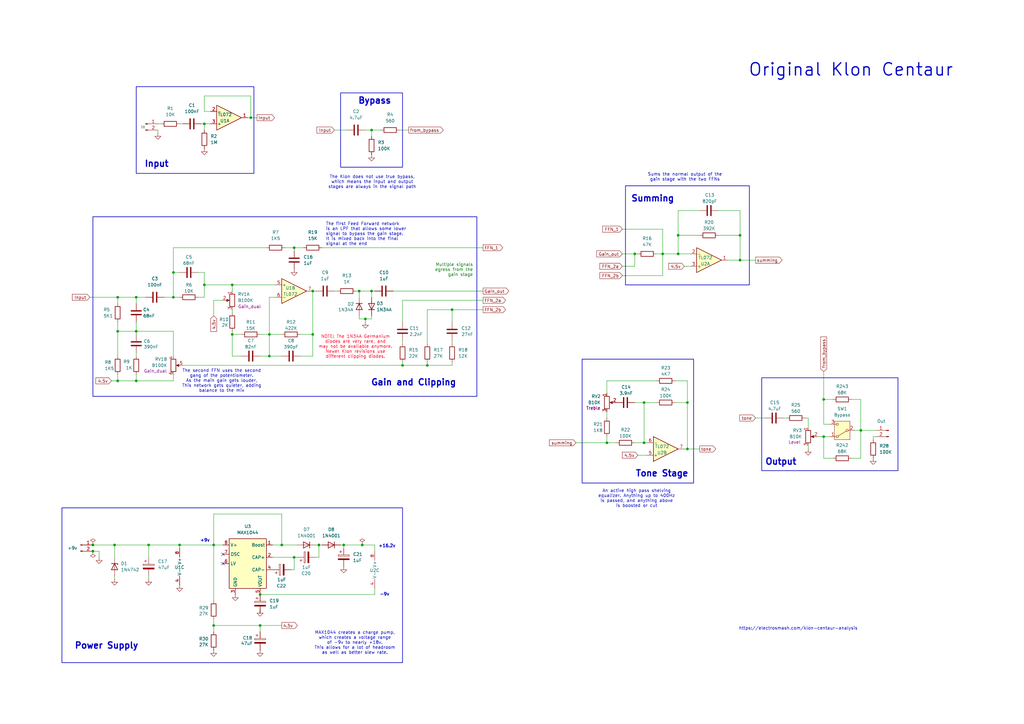
<source format=kicad_sch>
(kicad_sch (version 20231120) (generator "eeschema") (generator_version "8.0")
  (paper "A3")
  (lib_symbols
    (symbol "Amplifier_Operational:TL072" (pin_names (offset 0.127))
      (property "Reference" "U" (at 0 5.08 0))
      (property "Value" "TL072" (at 0 -5.08 0))
      (symbol "TL072_1_1"
        (pin output line (at 7.62 0 180) (length 2.54) (name "~") (number "1"))
        (pin input line (at -7.62 -2.54 0) (length 2.54) (name "-") (number "2"))
        (pin input line (at -7.62 2.54 0) (length 2.54) (name "+") (number "3"))
      )
      (symbol "TL072_2_1"
        (pin input line (at -7.62 2.54 0) (length 2.54) (name "+") (number "5"))
        (pin input line (at -7.62 -2.54 0) (length 2.54) (name "-") (number "6"))
        (pin output line (at 7.62 0 180) (length 2.54) (name "~") (number "7"))
      )
      (symbol "TL072_3_1"
        (pin power_in line (at -2.54 -7.62 90) (length 3.81) (name "V-") (number "4"))
        (pin power_in line (at -2.54 7.62 270) (length 3.81) (name "V+") (number "8"))
      )
    )
    (symbol "Connector:Conn_01x02_Pin" (pin_names (offset 1.016) hide)
      (property "Reference" "J" (at 0 2.54 0))
      (property "Value" "Conn_01x02_Pin" (at 0 -5.08 0))
      (symbol "Conn_01x02_Pin_1_1"
        (pin passive line (at 5.08 0 180) (length 3.81) (name "Pin_1") (number "1"))
        (pin passive line (at 5.08 -2.54 180) (length 3.81) (name "Pin_2") (number "2"))
      )
    )
    (symbol "Device:C" (pin_numbers hide) (pin_names (offset 0.254))
      (property "Reference" "C" (at 0.635 2.54 0))
      (property "Value" "C" (at 0.635 -2.54 0))
      (symbol "C_1_1"
        (pin passive line (at 0 3.81 270) (length 2.794) (name "~") (number "1"))
        (pin passive line (at 0 -3.81 90) (length 2.794) (name "~") (number "2"))
      )
    )
    (symbol "Device:C_Polarized" (pin_numbers hide) (pin_names (offset 0.254))
      (property "Reference" "C" (at 0.635 2.54 0))
      (property "Value" "C_Polarized" (at 0.635 -2.54 0))
      (symbol "C_Polarized_1_1"
        (pin passive line (at 0 3.81 270) (length 2.794) (name "~") (number "1"))
        (pin passive line (at 0 -3.81 90) (length 2.794) (name "~") (number "2"))
      )
    )
    (symbol "Device:D" (pin_numbers hide) (pin_names (offset 1.016) hide)
      (property "Reference" "D" (at 0 2.54 0))
      (property "Value" "D" (at 0 -2.54 0))
      (symbol "D_1_1"
        (pin passive line (at -3.81 0 0) (length 2.54) (name "K") (number "1"))
        (pin passive line (at 3.81 0 180) (length 2.54) (name "A") (number "2"))
      )
    )
    (symbol "Device:R" (pin_numbers hide) (pin_names (offset 0))
      (property "Reference" "R" (at 2.032 0 90))
      (property "Value" "R" (at 0 0 90))
      (symbol "R_1_1"
        (pin passive line (at 0 3.81 270) (length 1.27) (name "~") (number "1"))
        (pin passive line (at 0 -3.81 90) (length 1.27) (name "~") (number "2"))
      )
    )
    (symbol "Device:R_Potentiometer" (pin_names (offset 1.016) hide)
      (property "Reference" "RV" (at -4.445 0 90))
      (property "Value" "R_Potentiometer" (at -2.54 0 90))
      (symbol "R_Potentiometer_1_1"
        (pin passive line (at 0 3.81 270) (length 1.27) (name "1") (number "1"))
        (pin passive line (at 3.81 0 180) (length 1.27) (name "2") (number "2"))
        (pin passive line (at 0 -3.81 90) (length 1.27) (name "3") (number "3"))
      )
    )
    (symbol "Device:R_Potentiometer_Dual_Separate" (pin_names (offset 1.016) hide)
      (property "Reference" "RV" (at -4.445 0 90))
      (property "Value" "R_Potentiometer_Dual_Separate" (at -2.54 0 90))
      (symbol "R_Potentiometer_Dual_Separate_1_1"
        (pin passive line (at 0 3.81 270) (length 1.27) (name "1") (number "1"))
        (pin passive line (at 3.81 0 180) (length 1.27) (name "2") (number "2"))
        (pin passive line (at 0 -3.81 90) (length 1.27) (name "3") (number "3"))
      )
      (symbol "R_Potentiometer_Dual_Separate_2_1"
        (pin passive line (at 0 3.81 270) (length 1.27) (name "4") (number "4"))
        (pin passive line (at 3.81 0 180) (length 1.27) (name "5") (number "5"))
        (pin passive line (at 0 -3.81 90) (length 1.27) (name "6") (number "6"))
      )
    )
    (symbol "Diode:1N4001" (pin_numbers hide) (pin_names hide)
      (property "Reference" "D" (at 0 2.54 0))
      (property "Value" "1N4001" (at 0 -2.54 0))
      (symbol "1N4001_1_1"
        (pin passive line (at -3.81 0 0) (length 2.54) (name "K") (number "1"))
        (pin passive line (at 3.81 0 180) (length 2.54) (name "A") (number "2"))
      )
    )
    (symbol "Diode:1N47xxA" (pin_numbers hide) (pin_names hide)
      (property "Reference" "D" (at 0 2.54 0))
      (property "Value" "1N47xxA" (at 0 -2.54 0))
      (symbol "1N47xxA_1_1"
        (pin passive line (at -3.81 0 0) (length 2.54) (name "K") (number "1"))
        (pin passive line (at 3.81 0 180) (length 2.54) (name "A") (number "2"))
      )
    )
    (symbol "Regulator_SwitchedCapacitor:MAX1044"
      (property "Reference" "U2" (at 0 15.24 0))
      (property "Value" "MAX1044" (at 0 12.7 0))
      (symbol "MAX1044_1_1"
        (pin input line (at 10.16 7.62 180) (length 2.54) (name "Boost") (number "1"))
        (pin input line (at 10.16 2.54 180) (length 2.54) (name "CAP+") (number "2"))
        (pin power_in line (at -5.08 -12.7 90) (length 2.54) (name "GND") (number "3"))
        (pin input line (at 10.16 -2.54 180) (length 2.54) (name "CAP-") (number "4"))
        (pin power_out line (at 5.08 -12.7 90) (length 2.54) (name "VOUT") (number "5"))
        (pin input line (at -10.16 0 0) (length 2.54) (name "LV") (number "6"))
        (pin input line (at -10.16 3.81 0) (length 2.54) (name "OSC") (number "7"))
        (pin power_in line (at -10.16 7.62 0) (length 2.54) (name "V+") (number "8"))
      )
    )
    (symbol "Switch:SW_SPDT" (pin_names (offset 0) hide)
      (property "Reference" "SW" (at 0 5.08 0))
      (property "Value" "SW_SPDT" (at 0 -5.08 0))
      (symbol "SW_SPDT_1_1"
        (pin passive line (at 5.08 2.54 180) (length 2.54) (name "A") (number "1"))
        (pin passive line (at -5.08 0 0) (length 2.54) (name "B") (number "2"))
        (pin passive line (at 5.08 -2.54 180) (length 2.54) (name "C") (number "3"))
      )
    )
    (symbol "power:GND" (power) (pin_numbers hide) (pin_names (offset 0) hide)
      (property "Value" "GND" (at 0 -3.81 0))
      (symbol "GND_1_1"
        (pin power_in line (at 0 0 270) (length 0) (name "~") (number "1"))
      )
    )
    (symbol "power:PWR_FLAG" (power) (pin_numbers hide) (pin_names (offset 0) hide)
      (property "Value" "PWR_FLAG" (at 0 3.81 0))
      (symbol "PWR_FLAG_0_0"
        (pin power_out line (at 0 0 90) (length 0) (name "~") (number "1"))
      )
    )
  )
  (junction (at 48.26 121.92))
  (junction (at 83.82 116.84))
  (junction (at 48.26 135.89))
  (junction (at 115.57 223.52))
  (junction (at 71.12 111.76))
  (junction (at 128.27 137.16))
  (junction (at 264.16 181.61))
  (junction (at 55.88 135.89))
  (junction (at 264.16 165.1))
  (junction (at 55.88 121.92))
  (junction (at 337.82 179.07))
  (junction (at 110.49 137.16))
  (junction (at 260.35 104.14))
  (junction (at 48.26 156.21))
  (junction (at 106.68 256.54))
  (junction (at 55.88 156.21))
  (junction (at 337.82 163.83))
  (junction (at 278.13 96.52))
  (junction (at 185.42 127))
  (junction (at 281.94 165.1))
  (junction (at 278.13 104.14))
  (junction (at 120.65 101.6))
  (junction (at 83.82 50.8))
  (junction (at 130.81 223.52))
  (junction (at 38.1 226.06))
  (junction (at 106.68 243.84))
  (junction (at 152.4 119.38))
  (junction (at 128.27 119.38))
  (junction (at 303.53 106.68))
  (junction (at 271.78 104.14))
  (junction (at 281.94 184.15))
  (junction (at 102.87 48.26))
  (junction (at 95.25 137.16))
  (junction (at 71.12 121.92))
  (junction (at 303.53 96.52))
  (junction (at 165.1 149.86))
  (junction (at 120.65 228.6))
  (junction (at 140.97 223.52))
  (junction (at 147.32 119.38))
  (junction (at 175.26 149.86))
  (junction (at 110.49 146.05))
  (junction (at 73.66 223.52))
  (junction (at 60.96 223.52))
  (junction (at 152.4 53.34))
  (junction (at 87.63 256.54))
  (junction (at 248.92 181.61))
  (junction (at 95.25 116.84))
  (junction (at 46.99 223.52))
  (junction (at 353.06 176.53))
  (junction (at 149.86 130.81))
  (junction (at 38.1 223.52))
  (junction (at 87.63 223.52))
  (junction (at 148.59 223.52))
  (no_connect (at 91.44 231.14))
  (no_connect (at 91.44 227.33))
  (wire (pts (xy 132.08 101.6) (xy 198.12 101.6)))
  (wire (pts (xy 260.35 181.61) (xy 264.16 181.61)))
  (wire (pts (xy 185.42 139.7) (xy 185.42 140.97)))
  (wire (pts (xy 255.27 93.98) (xy 271.78 93.98)))
  (wire (pts (xy 281.94 165.1) (xy 281.94 184.15)))
  (wire (pts (xy 287.02 184.15) (xy 281.94 184.15)))
  (wire (pts (xy 95.25 146.05) (xy 99.06 146.05)))
  (wire (pts (xy 255.27 113.03) (xy 271.78 113.03)))
  (wire (pts (xy 46.99 236.22) (xy 46.99 237.49)))
  (wire (pts (xy 55.88 153.67) (xy 55.88 156.21)))
  (wire (pts (xy 116.84 101.6) (xy 120.65 101.6)))
  (wire (pts (xy 55.88 144.78) (xy 55.88 146.05)))
  (wire (pts (xy 147.32 129.54) (xy 147.32 130.81)))
  (wire (pts (xy 83.82 111.76) (xy 81.28 111.76)))
  (wire (pts (xy 353.06 176.53) (xy 350.52 176.53)))
  (wire (pts (xy 303.53 96.52) (xy 294.64 96.52)))
  (wire (pts (xy 64.77 54.61) (xy 64.77 53.34)))
  (wire (pts (xy 353.06 176.53) (xy 359.41 176.53)))
  (wire (pts (xy 64.77 50.8) (xy 66.04 50.8)))
  (wire (pts (xy 353.06 187.96) (xy 353.06 176.53)))
  (wire (pts (xy 110.49 121.92) (xy 110.49 137.16)))
  (wire (pts (xy 73.66 223.52) (xy 87.63 223.52)))
  (wire (pts (xy 73.66 50.8) (xy 74.93 50.8)))
  (wire (pts (xy 337.82 163.83) (xy 341.63 163.83)))
  (wire (pts (xy 46.99 228.6) (xy 46.99 223.52)))
  (wire (pts (xy 185.42 127) (xy 198.12 127)))
  (wire (pts (xy 276.86 156.21) (xy 281.94 156.21)))
  (wire (pts (xy 83.82 121.92) (xy 83.82 116.84)))
  (wire (pts (xy 175.26 127) (xy 175.26 140.97)))
  (wire (pts (xy 87.63 123.19) (xy 87.63 129.54)))
  (wire (pts (xy 60.96 223.52) (xy 73.66 223.52)))
  (wire (pts (xy 55.88 124.46) (xy 55.88 121.92)))
  (wire (pts (xy 337.82 179.07) (xy 340.36 179.07)))
  (wire (pts (xy 147.32 119.38) (xy 147.32 121.92)))
  (wire (pts (xy 269.24 156.21) (xy 248.92 156.21)))
  (wire (pts (xy 74.93 149.86) (xy 165.1 149.86)))
  (wire (pts (xy 161.29 119.38) (xy 198.12 119.38)))
  (wire (pts (xy 48.26 135.89) (xy 55.88 135.89)))
  (wire (pts (xy 147.32 119.38) (xy 152.4 119.38)))
  (wire (pts (xy 95.25 135.89) (xy 95.25 137.16)))
  (wire (pts (xy 55.88 137.16) (xy 55.88 135.89)))
  (wire (pts (xy 349.25 187.96) (xy 353.06 187.96)))
  (wire (pts (xy 303.53 86.36) (xy 303.53 96.52)))
  (wire (pts (xy 48.26 153.67) (xy 48.26 156.21)))
  (wire (pts (xy 83.82 45.72) (xy 86.36 45.72)))
  (wire (pts (xy 152.4 53.34) (xy 152.4 55.88)))
  (wire (pts (xy 271.78 93.98) (xy 271.78 104.14)))
  (wire (pts (xy 119.38 233.68) (xy 120.65 233.68)))
  (wire (pts (xy 149.86 53.34) (xy 152.4 53.34)))
  (wire (pts (xy 140.97 223.52) (xy 148.59 223.52)))
  (wire (pts (xy 48.26 135.89) (xy 48.26 132.08)))
  (wire (pts (xy 48.26 135.89) (xy 48.26 146.05)))
  (wire (pts (xy 337.82 173.99) (xy 337.82 163.83)))
  (wire (pts (xy 358.14 179.07) (xy 358.14 180.34)))
  (wire (pts (xy 236.22 181.61) (xy 248.92 181.61)))
  (wire (pts (xy 110.49 137.16) (xy 115.57 137.16)))
  (wire (pts (xy 175.26 149.86) (xy 185.42 149.86)))
  (wire (pts (xy 129.54 223.52) (xy 130.81 223.52)))
  (wire (pts (xy 264.16 165.1) (xy 264.16 181.61)))
  (wire (pts (xy 303.53 106.68) (xy 309.88 106.68)))
  (wire (pts (xy 129.54 228.6) (xy 130.81 228.6)))
  (wire (pts (xy 165.1 149.86) (xy 175.26 149.86)))
  (wire (pts (xy 110.49 146.05) (xy 115.57 146.05)))
  (wire (pts (xy 341.63 187.96) (xy 337.82 187.96)))
  (wire (pts (xy 83.82 111.76) (xy 83.82 116.84)))
  (wire (pts (xy 321.31 171.45) (xy 322.58 171.45)))
  (wire (pts (xy 115.57 210.82) (xy 115.57 223.52)))
  (wire (pts (xy 83.82 116.84) (xy 95.25 116.84)))
  (wire (pts (xy 87.63 223.52) (xy 87.63 246.38)))
  (wire (pts (xy 128.27 137.16) (xy 128.27 146.05)))
  (wire (pts (xy 106.68 250.19) (xy 106.68 251.46)))
  (wire (pts (xy 95.25 116.84) (xy 113.03 116.84)))
  (wire (pts (xy 46.99 223.52) (xy 38.1 223.52)))
  (wire (pts (xy 128.27 119.38) (xy 129.54 119.38)))
  (wire (pts (xy 271.78 113.03) (xy 271.78 104.14)))
  (wire (pts (xy 87.63 256.54) (xy 106.68 256.54)))
  (wire (pts (xy 120.65 228.6) (xy 111.76 228.6)))
  (wire (pts (xy 81.28 121.92) (xy 83.82 121.92)))
  (wire (pts (xy 40.64 226.06) (xy 38.1 226.06)))
  (wire (pts (xy 337.82 152.4) (xy 337.82 163.83)))
  (wire (pts (xy 128.27 137.16) (xy 123.19 137.16)))
  (wire (pts (xy 115.57 223.52) (xy 121.92 223.52)))
  (wire (pts (xy 120.65 228.6) (xy 121.92 228.6)))
  (wire (pts (xy 294.64 86.36) (xy 303.53 86.36)))
  (wire (pts (xy 102.87 48.26) (xy 105.41 48.26)))
  (wire (pts (xy 106.68 256.54) (xy 115.57 256.54)))
  (wire (pts (xy 303.53 106.68) (xy 303.53 96.52)))
  (wire (pts (xy 165.1 148.59) (xy 165.1 149.86)))
  (wire (pts (xy 87.63 256.54) (xy 87.63 259.08)))
  (wire (pts (xy 71.12 111.76) (xy 73.66 111.76)))
  (wire (pts (xy 153.67 241.3) (xy 153.67 243.84)))
  (wire (pts (xy 109.22 101.6) (xy 71.12 101.6)))
  (wire (pts (xy 130.81 223.52) (xy 130.81 228.6)))
  (wire (pts (xy 120.65 233.68) (xy 120.65 228.6)))
  (wire (pts (xy 260.35 104.14) (xy 261.62 104.14)))
  (wire (pts (xy 48.26 121.92) (xy 55.88 121.92)))
  (wire (pts (xy 269.24 104.14) (xy 271.78 104.14)))
  (wire (pts (xy 331.47 175.26) (xy 331.47 171.45)))
  (wire (pts (xy 163.83 53.34) (xy 167.64 53.34)))
  (wire (pts (xy 149.86 130.81) (xy 152.4 130.81)))
  (wire (pts (xy 71.12 101.6) (xy 71.12 111.76)))
  (wire (pts (xy 359.41 179.07) (xy 358.14 179.07)))
  (wire (pts (xy 280.67 184.15) (xy 281.94 184.15)))
  (wire (pts (xy 185.42 127) (xy 185.42 132.08)))
  (wire (pts (xy 55.88 132.08) (xy 55.88 135.89)))
  (wire (pts (xy 175.26 127) (xy 185.42 127)))
  (wire (pts (xy 152.4 53.34) (xy 156.21 53.34)))
  (wire (pts (xy 331.47 171.45) (xy 330.2 171.45)))
  (wire (pts (xy 120.65 102.87) (xy 120.65 101.6)))
  (wire (pts (xy 106.68 146.05) (xy 110.49 146.05)))
  (wire (pts (xy 137.16 119.38) (xy 138.43 119.38)))
  (wire (pts (xy 48.26 121.92) (xy 48.26 124.46)))
  (wire (pts (xy 337.82 187.96) (xy 337.82 179.07)))
  (wire (pts (xy 271.78 104.14) (xy 278.13 104.14)))
  (wire (pts (xy 55.88 156.21) (xy 71.12 156.21)))
  (wire (pts (xy 36.83 121.92) (xy 48.26 121.92)))
  (wire (pts (xy 248.92 168.91) (xy 248.92 171.45)))
  (wire (pts (xy 248.92 181.61) (xy 252.73 181.61)))
  (wire (pts (xy 265.43 186.69) (xy 261.62 186.69)))
  (wire (pts (xy 148.59 223.52) (xy 153.67 223.52)))
  (wire (pts (xy 67.31 121.92) (xy 71.12 121.92)))
  (wire (pts (xy 278.13 96.52) (xy 278.13 104.14)))
  (wire (pts (xy 340.36 173.99) (xy 337.82 173.99)))
  (wire (pts (xy 149.86 130.81) (xy 149.86 132.08)))
  (wire (pts (xy 248.92 156.21) (xy 248.92 161.29)))
  (wire (pts (xy 331.47 182.88) (xy 331.47 184.15)))
  (wire (pts (xy 55.88 121.92) (xy 59.69 121.92)))
  (wire (pts (xy 132.08 223.52) (xy 130.81 223.52)))
  (wire (pts (xy 48.26 156.21) (xy 55.88 156.21)))
  (wire (pts (xy 255.27 104.14) (xy 260.35 104.14)))
  (wire (pts (xy 260.35 165.1) (xy 264.16 165.1)))
  (wire (pts (xy 73.66 223.52) (xy 73.66 224.79)))
  (wire (pts (xy 175.26 148.59) (xy 175.26 149.86)))
  (wire (pts (xy 95.25 137.16) (xy 99.06 137.16)))
  (wire (pts (xy 165.1 123.19) (xy 198.12 123.19)))
  (wire (pts (xy 87.63 223.52) (xy 91.44 223.52)))
  (wire (pts (xy 123.19 146.05) (xy 128.27 146.05)))
  (wire (pts (xy 120.65 101.6) (xy 124.46 101.6)))
  (wire (pts (xy 95.25 119.38) (xy 95.25 116.84)))
  (wire (pts (xy 185.42 149.86) (xy 185.42 148.59)))
  (wire (pts (xy 71.12 146.05) (xy 71.12 135.89)))
  (wire (pts (xy 255.27 109.22) (xy 260.35 109.22)))
  (wire (pts (xy 113.03 121.92) (xy 110.49 121.92)))
  (wire (pts (xy 60.96 223.52) (xy 46.99 223.52)))
  (wire (pts (xy 45.72 156.21) (xy 48.26 156.21)))
  (wire (pts (xy 281.94 156.21) (xy 281.94 165.1)))
  (wire (pts (xy 71.12 156.21) (xy 71.12 153.67)))
  (wire (pts (xy 278.13 86.36) (xy 278.13 96.52)))
  (wire (pts (xy 111.76 223.52) (xy 115.57 223.52)))
  (wire (pts (xy 102.87 39.37) (xy 83.82 39.37)))
  (wire (pts (xy 128.27 119.38) (xy 128.27 137.16)))
  (wire (pts (xy 152.4 119.38) (xy 153.67 119.38)))
  (wire (pts (xy 102.87 48.26) (xy 102.87 39.37)))
  (wire (pts (xy 153.67 223.52) (xy 153.67 226.06)))
  (wire (pts (xy 298.45 106.68) (xy 303.53 106.68)))
  (wire (pts (xy 335.28 179.07) (xy 337.82 179.07)))
  (wire (pts (xy 309.88 171.45) (xy 313.69 171.45)))
  (wire (pts (xy 83.82 50.8) (xy 86.36 50.8)))
  (wire (pts (xy 87.63 210.82) (xy 87.63 223.52)))
  (wire (pts (xy 101.6 48.26) (xy 102.87 48.26)))
  (wire (pts (xy 287.02 96.52) (xy 278.13 96.52)))
  (wire (pts (xy 264.16 181.61) (xy 265.43 181.61)))
  (wire (pts (xy 71.12 121.92) (xy 73.66 121.92)))
  (wire (pts (xy 283.21 109.22) (xy 280.67 109.22)))
  (wire (pts (xy 87.63 123.19) (xy 91.44 123.19)))
  (wire (pts (xy 83.82 39.37) (xy 83.82 45.72)))
  (wire (pts (xy 110.49 137.16) (xy 110.49 146.05)))
  (wire (pts (xy 349.25 163.83) (xy 353.06 163.83)))
  (wire (pts (xy 152.4 121.92) (xy 152.4 119.38)))
  (wire (pts (xy 152.4 130.81) (xy 152.4 129.54)))
  (wire (pts (xy 115.57 210.82) (xy 87.63 210.82)))
  (wire (pts (xy 83.82 50.8) (xy 83.82 53.34)))
  (wire (pts (xy 287.02 86.36) (xy 278.13 86.36)))
  (wire (pts (xy 106.68 137.16) (xy 110.49 137.16)))
  (wire (pts (xy 95.25 137.16) (xy 95.25 146.05)))
  (wire (pts (xy 278.13 104.14) (xy 283.21 104.14)))
  (wire (pts (xy 60.96 237.49) (xy 60.96 236.22)))
  (wire (pts (xy 106.68 256.54) (xy 106.68 259.08)))
  (wire (pts (xy 140.97 224.79) (xy 140.97 223.52)))
  (wire (pts (xy 82.55 50.8) (xy 83.82 50.8)))
  (wire (pts (xy 139.7 223.52) (xy 140.97 223.52)))
  (wire (pts (xy 165.1 139.7) (xy 165.1 140.97)))
  (wire (pts (xy 264.16 165.1) (xy 269.24 165.1)))
  (wire (pts (xy 165.1 123.19) (xy 165.1 132.08)))
  (wire (pts (xy 95.25 127) (xy 95.25 128.27)))
  (wire (pts (xy 71.12 111.76) (xy 71.12 121.92)))
  (wire (pts (xy 87.63 254) (xy 87.63 256.54)))
  (wire (pts (xy 281.94 165.1) (xy 276.86 165.1)))
  (wire (pts (xy 248.92 179.07) (xy 248.92 181.61)))
  (wire (pts (xy 147.32 130.81) (xy 149.86 130.81)))
  (wire (pts (xy 106.68 243.84) (xy 153.67 243.84)))
  (wire (pts (xy 40.64 228.6) (xy 40.64 226.06)))
  (wire (pts (xy 71.12 135.89) (xy 55.88 135.89)))
  (wire (pts (xy 60.96 228.6) (xy 60.96 223.52)))
  (wire (pts (xy 146.05 119.38) (xy 147.32 119.38)))
  (wire (pts (xy 142.24 53.34) (xy 137.16 53.34)))
  (wire (pts (xy 353.06 163.83) (xy 353.06 176.53)))
  (wire (pts (xy 260.35 109.22) (xy 260.35 104.14)))
  (rectangle (start 256.54 76.2) (end 307.34 116.84) (stroke (width 0.254)))
  (rectangle (start 55.88 35.56) (end 104.14 71.12) (stroke (width 0.254)))
  (rectangle (start 312.42 154.94) (end 368.3 193.04) (stroke (width 0.254)))
  (rectangle (start 238.76 147.32) (end 284.48 198.12) (stroke (width 0.254)))
  (rectangle (start 139.7 38.1) (end 165.1 68.58) (stroke (width 0.254)))
  (rectangle (start 38.1 88.9) (end 195.58 162.56) (stroke (width 0.254)))
  (rectangle (start 25.4 208.28) (end 165.1 271.78) (stroke (width 0.254)))
  (text "The first Feed Forward network\nis an LPF that allows some lower\nsignal to bypass the gain stage.\nIt is mixed back into the final\nsignal at the end" (at 133.604 96.012 0) (effects (font (size 1.27 1.27)) (justify left)))
  (text "Summing" (at 267.716 81.534 0) (effects (font (size 2.54 2.54) (thickness 0.508) (bold yes))))
  (text "Bypass" (at 153.67 41.402 0) (effects (font (size 2.54 2.54) (thickness 0.508) (bold yes))))
  (text "Multiple signals\negress from the\ngain stage" (at 194.056 110.744 0) (effects (font (size 1.27 1.27)) (justify right)))
  (text "MAX1044 creates a charge pump,\nwhich creates a voltage range\nof -9v to nearly +18v.\nThis allows for a lot of headroom\nas well as better slew rate." (at 145.542 263.652 0) (effects (font (size 1.27 1.27))))
  (text "Gain and Clipping" (at 169.672 156.972 0) (effects (font (size 2.54 2.54) (thickness 0.508) (bold yes))))
  (text "https://electrosmash.com/klon-centaur-analysis" (at 327.406 257.81 0) (effects (font (size 1.27 1.27))))
  (text "NOTE: The 1N34A Germanium\ndiodes are very rare, and\nmay not be available anymore.\nNewer Klon revisions use\ndifferent clipping diodes." (at 145.796 142.24 0) (effects (font (size 1.27 1.27))))
  (text "Original Klon Centaur" (at 348.996 28.702 0) (effects (font (size 5.08 5.08) (thickness 0.508) (bold yes))))
  (text "-9v" (at 157.734 243.84 0) (effects (font (size 1.27 1.27) (thickness 0.254) (bold yes))))
  (text "Tone Stage" (at 271.526 194.31 0) (effects (font (size 2.54 2.54) (thickness 0.508) (bold yes))))
  (text "The second FFN uses the second\ngang of the potentiometer.\nAs the main gain gets louder,\nThis network gets quieter, adding\nbalance to the mix" (at 90.932 156.21 0) (effects (font (size 1.27 1.27))))
  (text "The Klon does not use true bypass,\nwhich means the input and output\nstages are always in the signal path" (at 152.654 74.676 0) (effects (font (size 1.27 1.27))))
  (text "+9v" (at 84.074 221.742 0) (effects (font (size 1.27 1.27) (thickness 0.254) (bold yes))))
  (text "An active high pass shelving\nequalizer. Anything up to 400Hz\nis passed, and anything above\nis boosted or cut" (at 261.112 204.47 0) (effects (font (size 1.27 1.27))))
  (text "Sums the normal output of the\ngain stage with the two FFNs" (at 280.924 72.644 0) (effects (font (size 1.27 1.27))))
  (text "Output" (at 320.294 189.484 0) (effects (font (size 2.54 2.54) (thickness 0.508) (bold yes))))
  (text "Input" (at 64.262 67.31 0) (effects (font (size 2.54 2.54) (thickness 0.508) (bold yes))))
  (text "+16.2v" (at 158.75 224.028 0) (effects (font (size 1.27 1.27) (thickness 0.254) (bold yes))))
  (text "Power Supply" (at 43.688 264.922 0) (effects (font (size 2.54 2.54) (thickness 0.508) (bold yes))))
  (global_label "from_bypass" (shape input) (at 337.82 152.4 90) (property "Intersheetrefs" "${INTERSHEET_REFS}" (effects (hide yes))))
  (global_label "4.5v" (shape output) (at 115.57 256.54 0) (property "Intersheetrefs" "${INTERSHEET_REFS}" (effects (hide yes))))
  (global_label "FFN_1" (shape output) (at 198.12 101.6 0) (property "Intersheetrefs" "${INTERSHEET_REFS}" (effects (hide yes))))
  (global_label "FFN_2a" (shape input) (at 255.27 109.22 180) (property "Intersheetrefs" "${INTERSHEET_REFS}" (effects (hide yes))))
  (global_label "4.5v" (shape input) (at 261.62 186.69 180) (property "Intersheetrefs" "${INTERSHEET_REFS}" (effects (hide yes))))
  (global_label "Gain_out" (shape input) (at 255.27 104.14 180) (property "Intersheetrefs" "${INTERSHEET_REFS}" (effects (hide yes))))
  (global_label "Input" (shape input) (at 36.83 121.92 180) (property "Intersheetrefs" "${INTERSHEET_REFS}" (effects (hide yes))))
  (global_label "from_bypass" (shape output) (at 167.64 53.34 0) (property "Intersheetrefs" "${INTERSHEET_REFS}" (effects (hide yes))))
  (global_label "4.5v" (shape input) (at 87.63 129.54 270) (property "Intersheetrefs" "${INTERSHEET_REFS}" (effects (hide yes))))
  (global_label "FFN_2b" (shape input) (at 255.27 113.03 180) (property "Intersheetrefs" "${INTERSHEET_REFS}" (effects (hide yes))))
  (global_label "FFN_1" (shape input) (at 255.27 93.98 180) (property "Intersheetrefs" "${INTERSHEET_REFS}" (effects (hide yes))))
  (global_label "tone" (shape output) (at 287.02 184.15 0) (property "Intersheetrefs" "${INTERSHEET_REFS}" (effects (hide yes))))
  (global_label "4.5v" (shape input) (at 45.72 156.21 180) (property "Intersheetrefs" "${INTERSHEET_REFS}" (effects (hide yes))))
  (global_label "Input" (shape input) (at 137.16 53.34 180) (property "Intersheetrefs" "${INTERSHEET_REFS}" (effects (hide yes))))
  (global_label "FFN_2b" (shape output) (at 198.12 127 0) (property "Intersheetrefs" "${INTERSHEET_REFS}" (effects (hide yes))))
  (global_label "Input" (shape output) (at 105.41 48.26 0) (property "Intersheetrefs" "${INTERSHEET_REFS}" (effects (hide yes))))
  (global_label "tone" (shape input) (at 309.88 171.45 180) (property "Intersheetrefs" "${INTERSHEET_REFS}" (effects (hide yes))))
  (global_label "summing" (shape input) (at 236.22 181.61 180) (property "Intersheetrefs" "${INTERSHEET_REFS}" (effects (hide yes))))
  (global_label "4.5v" (shape input) (at 280.67 109.22 180) (property "Intersheetrefs" "${INTERSHEET_REFS}" (effects (hide yes))))
  (global_label "Gain_out" (shape output) (at 198.12 119.38 0) (property "Intersheetrefs" "${INTERSHEET_REFS}" (effects (hide yes))))
  (global_label "FFN_2a" (shape output) (at 198.12 123.19 0) (property "Intersheetrefs" "${INTERSHEET_REFS}" (effects (hide yes))))
  (global_label "summing" (shape output) (at 309.88 106.68 0) (property "Intersheetrefs" "${INTERSHEET_REFS}" (effects (hide yes))))
  (symbol (lib_id "power:GND") (at 106.68 266.7 0) (unit 1)
    (property "Reference" "#PWR015" (effects (hide yes)))
    (property "Value" "GND" (effects (hide yes)))
    (property "Description" "Power symbol creates a global label with name \"GND\" , ground" (effects (hide yes)))
  )
  (symbol (lib_id "Diode:1N4001") (at 125.73 223.52 180) (unit 1)
    (property "Reference" "D7" (at 125.73 217.17 0))
    (property "Value" "1N4001" (at 125.73 219.71 0))
    (property "Footprint" "Diode_THT:D_DO-41_SOD81_P10.16mm_Horizontal" (effects (hide yes)))
    (property "Datasheet" "http://www.vishay.com/docs/88503/1n4001.pdf" (effects (hide yes)))
    (property "Description" "50V 1A General Purpose Rectifier Diode, DO-41" (effects (hide yes)))
    (property "Sim.Device" "D" (effects (hide yes)))
    (property "Sim.Pins" "1=K 2=A" (effects (hide yes)))
  )
  (symbol (lib_id "Device:R") (at 256.54 181.61 90) (unit 1)
    (property "Reference" "R22" (at 256.54 176.276 90))
    (property "Value" "100K" (at 256.54 178.816 90))
    (property "Footprint" "Resistor_THT:R_Axial_DIN0207_L6.3mm_D2.5mm_P10.16mm_Horizontal" (effects (hide yes)))
    (property "Description" "Resistor" (effects (hide yes)))
  )
  (symbol (lib_id "Amplifier_Operational:TL072") (at 290.83 106.68 0) (mirror x) (unit 1)
    (property "Reference" "U2" (at 289.306 108.204 0))
    (property "Value" "TL072" (at 289.306 105.664 0))
    (property "Footprint" "Package_DIP:DIP-8_W7.62mm" (effects (hide yes)))
    (property "Datasheet" "http://www.ti.com/lit/ds/symlink/tl071.pdf" (effects (hide yes)))
    (property "Description" "Dual Low-Noise JFET-Input Operational Amplifiers, DIP-8/SOIC-8" (effects (hide yes)))
  )
  (symbol (lib_id "Device:R_Potentiometer") (at 248.92 165.1 0) (unit 1)
    (property "Reference" "RV2" (at 246.38 162.56 0) (effects (justify right)))
    (property "Value" "B10K" (at 246.38 165.1 0) (effects (justify right)))
    (property "Footprint" "Connector_PinHeader_2.54mm:PinHeader_1x03_P2.54mm_Vertical" (effects (hide yes)))
    (property "Description" "Potentiometer" (effects (hide yes)))
    (property "Type" "Treble" (at 243.332 167.386 0))
  )
  (symbol (lib_id "Device:C") (at 78.74 50.8 90) (unit 1)
    (property "Reference" "C1" (at 78.74 43.18 90))
    (property "Value" "100nF" (at 78.74 45.72 90))
    (property "Footprint" "Capacitor_THT:C_Rect_L7.2mm_W2.5mm_P5.00mm_FKS2_FKP2_MKS2_MKP2" (effects (hide yes)))
    (property "Description" "Unpolarized capacitor" (effects (hide yes)))
  )
  (symbol (lib_id "Device:C") (at 256.54 165.1 90) (unit 1)
    (property "Reference" "C14" (at 256.794 158.75 90))
    (property "Value" "3.9nF" (at 256.794 161.29 90))
    (property "Footprint" "Capacitor_THT:C_Rect_L7.2mm_W2.5mm_P5.00mm_FKS2_FKP2_MKS2_MKP2" (effects (hide yes)))
    (property "Description" "Unpolarized capacitor" (effects (hide yes)))
  )
  (symbol (lib_id "Device:R_Potentiometer_Dual_Separate") (at 71.12 149.86 0) (unit 2)
    (property "Reference" "RV1" (at 68.58 147.32 0) (effects (justify right)))
    (property "Value" "B100K" (at 68.58 149.86 0) (effects (justify right)))
    (property "Footprint" "Connector_PinHeader_2.54mm:PinHeader_1x06_P2.54mm_Vertical" (effects (hide yes)))
    (property "Description" "Dual potentiometer, separate units" (effects (hide yes)))
    (property "Type" "Gain_dual" (at 63.754 152.1461 0))
  )
  (symbol (lib_id "Device:C_Polarized") (at 115.57 233.68 90) (unit 1)
    (property "Reference" "C22" (at 117.348 240.284 90) (effects (justify left)))
    (property "Value" "1uF" (at 117.348 237.744 90) (effects (justify left)))
    (property "Footprint" "Capacitor_THT:CP_Radial_D4.0mm_P1.50mm" (effects (hide yes)))
    (property "Description" "Polarized capacitor" (effects (hide yes)))
  )
  (symbol (lib_id "Amplifier_Operational:TL072") (at 156.21 233.68 0) (unit 3)
    (property "Reference" "U2" (at 151.638 233.934 0) (effects (justify left)))
    (property "Value" "TL072" (effects (hide yes)))
    (property "Footprint" "Package_DIP:DIP-8_W7.62mm" (effects (hide yes)))
    (property "Datasheet" "http://www.ti.com/lit/ds/symlink/tl071.pdf" (effects (hide yes)))
    (property "Description" "Dual Low-Noise JFET-Input Operational Amplifiers, DIP-8/SOIC-8" (effects (hide yes)))
  )
  (symbol (lib_id "Amplifier_Operational:TL072") (at 120.65 119.38 0) (unit 2)
    (property "Reference" "U1" (at 119.126 118.11 0))
    (property "Value" "TL072" (at 119.126 120.65 0))
    (property "Footprint" "Package_DIP:DIP-8_W7.62mm" (effects (hide yes)))
    (property "Datasheet" "http://www.ti.com/lit/ds/symlink/tl071.pdf" (effects (hide yes)))
    (property "Description" "Dual Low-Noise JFET-Input Operational Amplifiers, DIP-8/SOIC-8" (effects (hide yes)))
  )
  (symbol (lib_id "Connector:Conn_01x02_Pin") (at 364.49 176.53 0) (mirror y) (unit 1)
    (property "Reference" "J2" (effects (hide yes)))
    (property "Value" "Out" (at 361.442 172.72 0))
    (property "Footprint" "Connector_PinHeader_2.54mm:PinHeader_1x02_P2.54mm_Vertical" (effects (hide yes)))
    (property "Description" "Generic connector, single row, 01x02, script generated" (effects (hide yes)))
  )
  (symbol (lib_id "Device:R") (at 83.82 57.15 180) (unit 1)
    (property "Reference" "R2" (at 86.36 55.8799 0) (effects (justify right)))
    (property "Value" "1M" (at 86.36 58.4199 0) (effects (justify right)))
    (property "Footprint" "Resistor_THT:R_Axial_DIN0207_L6.3mm_D2.5mm_P10.16mm_Horizontal" (effects (hide yes)))
    (property "Description" "Resistor" (effects (hide yes)))
  )
  (symbol (lib_id "power:GND") (at 73.66 240.03 0) (unit 1)
    (property "Reference" "#PWR011" (effects (hide yes)))
    (property "Value" "GND" (effects (hide yes)))
    (property "Description" "Power symbol creates a global label with name \"GND\" , ground" (effects (hide yes)))
  )
  (symbol (lib_id "Device:R") (at 77.47 121.92 90) (unit 1)
    (property "Reference" "R6" (at 77.47 116.84 90))
    (property "Value" "10K" (at 77.47 119.38 90))
    (property "Footprint" "Resistor_THT:R_Axial_DIN0207_L6.3mm_D2.5mm_P10.16mm_Horizontal" (effects (hide yes)))
    (property "Description" "Resistor" (effects (hide yes)))
  )
  (symbol (lib_id "Device:C_Polarized") (at 106.68 262.89 0) (unit 1)
    (property "Reference" "C18" (at 99.568 261.62 0) (effects (justify left)))
    (property "Value" "47uF" (at 98.806 263.906 0) (effects (justify left)))
    (property "Footprint" "Capacitor_THT:CP_Radial_D4.0mm_P1.50mm" (effects (hide yes)))
    (property "Description" "Polarized capacitor" (effects (hide yes)))
  )
  (symbol (lib_id "power:PWR_FLAG") (at 148.59 223.52 0) (unit 1)
    (property "Reference" "#FLG03" (effects (hide yes)))
    (property "Value" "PWR_FLAG" (effects (hide yes)))
    (property "Description" "Special symbol for telling ERC where power comes from" (effects (hide yes)))
  )
  (symbol (lib_id "Device:R") (at 119.38 137.16 90) (unit 1)
    (property "Reference" "R12" (at 119.38 132.08 90))
    (property "Value" "422K" (at 119.38 134.62 90))
    (property "Footprint" "Resistor_THT:R_Axial_DIN0207_L6.3mm_D2.5mm_P10.16mm_Horizontal" (effects (hide yes)))
    (property "Description" "Resistor" (effects (hide yes)))
  )
  (symbol (lib_id "power:GND") (at 149.86 132.08 0) (unit 1)
    (property "Reference" "#PWR03" (effects (hide yes)))
    (property "Value" "GND" (effects (hide yes)))
    (property "Description" "Power symbol creates a global label with name \"GND\" , ground" (effects (hide yes)))
  )
  (symbol (lib_id "power:GND") (at 140.97 232.41 0) (unit 1)
    (property "Reference" "#PWR016" (effects (hide yes)))
    (property "Value" "GND" (effects (hide yes)))
    (property "Description" "Power symbol creates a global label with name \"GND\" , ground" (effects (hide yes)))
  )
  (symbol (lib_id "Device:R") (at 102.87 137.16 90) (unit 1)
    (property "Reference" "R11" (at 102.87 132.08 90))
    (property "Value" "15K" (at 102.87 134.62 90))
    (property "Footprint" "Resistor_THT:R_Axial_DIN0207_L6.3mm_D2.5mm_P10.16mm_Horizontal" (effects (hide yes)))
    (property "Description" "Resistor" (effects (hide yes)))
  )
  (symbol (lib_id "Device:R") (at 273.05 165.1 90) (unit 1)
    (property "Reference" "R24" (at 273.05 159.766 90))
    (property "Value" "100K" (at 273.05 162.306 90))
    (property "Footprint" "Resistor_THT:R_Axial_DIN0207_L6.3mm_D2.5mm_P10.16mm_Horizontal" (effects (hide yes)))
    (property "Description" "Resistor" (effects (hide yes)))
  )
  (symbol (lib_id "Device:C") (at 146.05 53.34 90) (unit 1)
    (property "Reference" "C2" (at 146.05 45.72 90))
    (property "Value" "4.7uF" (at 146.05 48.26 90))
    (property "Footprint" "Capacitor_THT:CP_Radial_D4.0mm_P1.50mm" (effects (hide yes)))
    (property "Description" "Unpolarized capacitor" (effects (hide yes)))
  )
  (symbol (lib_id "Device:R") (at 152.4 59.69 180) (unit 1)
    (property "Reference" "R3" (at 154.94 58.4199 0) (effects (justify right)))
    (property "Value" "100K" (at 154.94 60.9599 0) (effects (justify right)))
    (property "Footprint" "Resistor_THT:R_Axial_DIN0207_L6.3mm_D2.5mm_P10.16mm_Horizontal" (effects (hide yes)))
    (property "Description" "Resistor" (effects (hide yes)))
  )
  (symbol (lib_id "power:GND") (at 96.52 243.84 0) (unit 1)
    (property "Reference" "#PWR013" (effects (hide yes)))
    (property "Value" "GND" (effects (hide yes)))
    (property "Description" "Power symbol creates a global label with name \"GND\" , ground" (effects (hide yes)))
  )
  (symbol (lib_id "Device:R") (at 345.44 187.96 90) (unit 1)
    (property "Reference" "R242" (at 345.44 182.626 90))
    (property "Value" "68K" (at 345.44 185.166 90))
    (property "Footprint" "Resistor_THT:R_Axial_DIN0207_L6.3mm_D2.5mm_P10.16mm_Horizontal" (effects (hide yes)))
    (property "Description" "Resistor" (effects (hide yes)))
  )
  (symbol (lib_id "Device:R") (at 248.92 175.26 180) (unit 1)
    (property "Reference" "R21" (at 243.332 173.99 0) (effects (justify right)))
    (property "Value" "1K8" (at 243.332 176.53 0) (effects (justify right)))
    (property "Footprint" "Resistor_THT:R_Axial_DIN0207_L6.3mm_D2.5mm_P10.16mm_Horizontal" (effects (hide yes)))
    (property "Description" "Resistor" (effects (hide yes)))
  )
  (symbol (lib_id "Device:R") (at 113.03 101.6 90) (unit 1)
    (property "Reference" "R7" (at 113.03 95.25 90))
    (property "Value" "1K5" (at 113.03 97.79 90))
    (property "Footprint" "Resistor_THT:R_Axial_DIN0207_L6.3mm_D2.5mm_P10.16mm_Horizontal" (effects (hide yes)))
    (property "Description" "Resistor" (effects (hide yes)))
  )
  (symbol (lib_id "Connector:Conn_01x02_Pin") (at 33.02 223.52 0) (unit 1)
    (property "Reference" "J3" (effects (hide yes)))
    (property "Value" "+9v" (at 29.718 224.79 0))
    (property "Footprint" "Connector_PinHeader_2.54mm:PinHeader_1x02_P2.54mm_Vertical" (effects (hide yes)))
    (property "Description" "Generic connector, single row, 01x02, script generated" (effects (hide yes)))
  )
  (symbol (lib_id "Device:D") (at 147.32 125.73 270) (unit 1)
    (property "Reference" "D2" (at 142.494 124.714 90) (effects (justify left)))
    (property "Value" "1N34A" (at 138.684 127 90) (effects (justify left)))
    (property "Footprint" "Diode_THT:D_DO-41_SOD81_P10.16mm_Horizontal" (effects (hide yes)))
    (property "Description" "Diode" (effects (hide yes)))
    (property "Sim.Device" "D" (effects (hide yes)))
    (property "Sim.Pins" "1=K 2=A" (effects (hide yes)))
  )
  (symbol (lib_id "Device:C") (at 55.88 128.27 0) (unit 1)
    (property "Reference" "C4" (at 58.674 127 0) (effects (justify left)))
    (property "Value" "68nF" (at 58.674 129.54 0) (effects (justify left)))
    (property "Footprint" "Capacitor_THT:C_Rect_L7.5mm_W6.5mm_P5.00mm" (effects (hide yes)))
    (property "Description" "Unpolarized capacitor" (effects (hide yes)))
  )
  (symbol (lib_id "Device:R") (at 95.25 132.08 180) (unit 1)
    (property "Reference" "R10" (at 89.916 131.064 0) (effects (justify right)))
    (property "Value" "2K" (at 90.932 133.35 0) (effects (justify right)))
    (property "Footprint" "Resistor_THT:R_Axial_DIN0207_L6.3mm_D2.5mm_P10.16mm_Horizontal" (effects (hide yes)))
    (property "Description" "Resistor" (effects (hide yes)))
  )
  (symbol (lib_id "power:GND") (at 120.65 110.49 0) (unit 1)
    (property "Reference" "#PWR04" (effects (hide yes)))
    (property "Value" "GND" (effects (hide yes)))
    (property "Description" "Power symbol creates a global label with name \"GND\" , ground" (effects (hide yes)))
  )
  (symbol (lib_id "Regulator_SwitchedCapacitor:MAX1044") (at 101.6 231.14 0) (unit 1)
    (property "Reference" "U3" (at 101.6 215.9 0))
    (property "Value" "MAX1044" (at 101.6 218.44 0))
    (property "Footprint" "Package_DIP:DIP-8_W7.62mm" (effects (hide yes)))
    (property "Datasheet" "http://datasheets.maximintegrated.com/en/ds/ICL7660-MAX1044.pdf" (effects (hide yes)))
    (property "Description" "Switched-Capacitor Voltage Converter, 1.5V to 10.0V operating supply voltage, 10mA with a 0.5V output drop, SO-8/DIP-8/µMAX-8/TO-99" (effects (hide yes)))
  )
  (symbol (lib_id "Device:R") (at 55.88 149.86 180) (unit 1)
    (property "Reference" "R9" (at 50.546 148.336 0) (effects (justify right)))
    (property "Value" "1K" (at 51.562 150.876 0) (effects (justify right)))
    (property "Footprint" "Resistor_THT:R_Axial_DIN0207_L6.3mm_D2.5mm_P10.16mm_Horizontal" (effects (hide yes)))
    (property "Description" "Resistor" (effects (hide yes)))
  )
  (symbol (lib_id "Device:C") (at 77.47 111.76 90) (unit 1)
    (property "Reference" "C5" (at 77.47 105.41 90))
    (property "Value" "68nF" (at 77.47 107.95 90))
    (property "Footprint" "Capacitor_THT:C_Rect_L7.5mm_W6.5mm_P5.00mm" (effects (hide yes)))
    (property "Description" "Unpolarized capacitor" (effects (hide yes)))
  )
  (symbol (lib_id "Device:C") (at 317.5 171.45 90) (unit 1)
    (property "Reference" "C15" (at 317.754 165.1 90))
    (property "Value" "4.7uF" (at 317.754 167.64 90))
    (property "Footprint" "Capacitor_THT:CP_Radial_D4.0mm_P1.50mm" (effects (hide yes)))
    (property "Description" "Unpolarized capacitor" (effects (hide yes)))
  )
  (symbol (lib_id "Device:C_Polarized") (at 125.73 228.6 90) (unit 1)
    (property "Reference" "C20" (at 127.508 235.204 90) (effects (justify left)))
    (property "Value" "1uF" (at 127.508 232.664 90) (effects (justify left)))
    (property "Footprint" "Capacitor_THT:CP_Radial_D4.0mm_P1.50mm" (effects (hide yes)))
    (property "Description" "Polarized capacitor" (effects (hide yes)))
  )
  (symbol (lib_id "power:GND") (at 87.63 266.7 0) (unit 1)
    (property "Reference" "#PWR012" (effects (hide yes)))
    (property "Value" "GND" (effects (hide yes)))
    (property "Description" "Power symbol creates a global label with name \"GND\" , ground" (effects (hide yes)))
  )
  (symbol (lib_id "Device:C_Polarized") (at 106.68 247.65 0) (unit 1)
    (property "Reference" "C19" (at 110.49 246.38 0) (effects (justify left)))
    (property "Value" "1uF" (at 110.49 248.92 0) (effects (justify left)))
    (property "Footprint" "Capacitor_THT:CP_Radial_D4.0mm_P1.50mm" (effects (hide yes)))
    (property "Description" "Polarized capacitor" (effects (hide yes)))
  )
  (symbol (lib_id "Device:R_Potentiometer") (at 331.47 179.07 0) (unit 1)
    (property "Reference" "RV3" (at 328.93 176.53 0) (effects (justify right)))
    (property "Value" "B10K" (at 328.93 179.07 0) (effects (justify right)))
    (property "Footprint" "Connector_PinHeader_2.54mm:PinHeader_1x03_P2.54mm_Vertical" (effects (hide yes)))
    (property "Description" "Potentiometer" (effects (hide yes)))
    (property "Type" "Level" (at 325.882 181.356 0))
  )
  (symbol (lib_id "Device:R") (at 87.63 250.19 0) (unit 1)
    (property "Reference" "R29" (at 83.566 249.301 0))
    (property "Value" "27K" (at 83.566 251.714 0))
    (property "Footprint" "Resistor_THT:R_Axial_DIN0207_L6.3mm_D2.5mm_P10.16mm_Horizontal" (effects (hide yes)))
    (property "Description" "Resistor" (effects (hide yes)))
  )
  (symbol (lib_id "Device:R") (at 345.44 163.83 90) (unit 1)
    (property "Reference" "R243" (at 345.44 158.496 90))
    (property "Value" "68K" (at 345.44 161.036 90))
    (property "Footprint" "Resistor_THT:R_Axial_DIN0207_L6.3mm_D2.5mm_P10.16mm_Horizontal" (effects (hide yes)))
    (property "Description" "Resistor" (effects (hide yes)))
  )
  (symbol (lib_id "Device:R") (at 48.26 149.86 180) (unit 1)
    (property "Reference" "R8" (at 42.926 148.59 0) (effects (justify right)))
    (property "Value" "1K5" (at 42.926 151.13 0) (effects (justify right)))
    (property "Footprint" "Resistor_THT:R_Axial_DIN0207_L6.3mm_D2.5mm_P10.16mm_Horizontal" (effects (hide yes)))
    (property "Description" "Resistor" (effects (hide yes)))
  )
  (symbol (lib_id "Device:R") (at 185.42 144.78 180) (unit 1)
    (property "Reference" "R18" (at 187.96 143.5099 0) (effects (justify right)))
    (property "Value" "12K" (at 187.96 146.0499 0) (effects (justify right)))
    (property "Footprint" "Resistor_THT:R_Axial_DIN0207_L6.3mm_D2.5mm_P10.16mm_Horizontal" (effects (hide yes)))
    (property "Description" "Resistor" (effects (hide yes)))
  )
  (symbol (lib_id "Device:C") (at 290.83 86.36 90) (unit 1)
    (property "Reference" "C13" (at 291.084 80.01 90))
    (property "Value" "820pF" (at 291.084 82.55 90))
    (property "Footprint" "Capacitor_THT:C_Disc_D5.1mm_W3.2mm_P5.00mm" (effects (hide yes)))
    (property "Description" "Unpolarized capacitor" (effects (hide yes)))
  )
  (symbol (lib_id "Device:C") (at 102.87 146.05 90) (unit 1)
    (property "Reference" "C7" (at 102.87 139.7 90))
    (property "Value" "82nF" (at 102.87 142.24 90))
    (property "Footprint" "Capacitor_THT:C_Rect_L7.2mm_W2.5mm_P5.00mm_FKS2_FKP2_MKS2_MKP2" (effects (hide yes)))
    (property "Description" "Unpolarized capacitor" (effects (hide yes)))
  )
  (symbol (lib_id "Device:C") (at 165.1 135.89 180) (unit 1)
    (property "Reference" "C11" (at 167.894 134.62 0) (effects (justify right)))
    (property "Value" "2.2nF" (at 167.894 137.16 0) (effects (justify right)))
    (property "Footprint" "Capacitor_THT:C_Rect_L7.2mm_W2.5mm_P5.00mm_FKS2_FKP2_MKS2_MKP2" (effects (hide yes)))
    (property "Description" "Unpolarized capacitor" (effects (hide yes)))
  )
  (symbol (lib_id "Device:R") (at 326.39 171.45 90) (unit 1)
    (property "Reference" "R25" (at 326.39 166.116 90))
    (property "Value" "560" (at 326.39 168.656 90))
    (property "Footprint" "Resistor_THT:R_Axial_DIN0207_L6.3mm_D2.5mm_P10.16mm_Horizontal" (effects (hide yes)))
    (property "Description" "Resistor" (effects (hide yes)))
  )
  (symbol (lib_id "power:GND") (at 83.82 60.96 0) (unit 1)
    (property "Reference" "#PWR02" (effects (hide yes)))
    (property "Value" "GND" (effects (hide yes)))
    (property "Description" "Power symbol creates a global label with name \"GND\" , ground" (effects (hide yes)))
  )
  (symbol (lib_id "power:PWR_FLAG") (at 38.1 226.06 180) (unit 1)
    (property "Reference" "#FLG02" (effects (hide yes)))
    (property "Value" "PWR_FLAG" (effects (hide yes)))
    (property "Description" "Special symbol for telling ERC where power comes from" (effects (hide yes)))
  )
  (symbol (lib_id "Device:C") (at 157.48 119.38 90) (unit 1)
    (property "Reference" "C10" (at 157.48 111.76 90))
    (property "Value" "1uF" (at 157.48 114.3 90))
    (property "Footprint" "Capacitor_THT:CP_Radial_D4.0mm_P1.50mm" (effects (hide yes)))
    (property "Description" "Unpolarized capacitor" (effects (hide yes)))
  )
  (symbol (lib_id "Device:R") (at 69.85 50.8 90) (unit 1)
    (property "Reference" "R1" (at 69.85 44.45 90))
    (property "Value" "10K" (at 69.85 46.99 90))
    (property "Footprint" "Resistor_THT:R_Axial_DIN0207_L6.3mm_D2.5mm_P10.16mm_Horizontal" (effects (hide yes)))
    (property "Description" "Resistor" (effects (hide yes)))
  )
  (symbol (lib_id "Device:R") (at 128.27 101.6 90) (unit 1)
    (property "Reference" "R19" (at 128.27 95.25 90))
    (property "Value" "15K" (at 128.27 97.79 90))
    (property "Footprint" "Resistor_THT:R_Axial_DIN0207_L6.3mm_D2.5mm_P10.16mm_Horizontal" (effects (hide yes)))
    (property "Description" "Resistor" (effects (hide yes)))
  )
  (symbol (lib_id "Device:C") (at 133.35 119.38 90) (unit 1)
    (property "Reference" "C9" (at 133.35 111.76 90))
    (property "Value" "1uF" (at 133.35 114.3 90))
    (property "Footprint" "Capacitor_THT:CP_Radial_D4.0mm_P1.50mm" (effects (hide yes)))
    (property "Description" "Unpolarized capacitor" (effects (hide yes)))
  )
  (symbol (lib_id "Device:R") (at 290.83 96.52 90) (unit 1)
    (property "Reference" "R20" (at 290.83 91.186 90))
    (property "Value" "392K" (at 290.83 93.726 90))
    (property "Footprint" "Resistor_THT:R_Axial_DIN0207_L6.3mm_D2.5mm_P10.16mm_Horizontal" (effects (hide yes)))
    (property "Description" "Resistor" (effects (hide yes)))
  )
  (symbol (lib_id "power:GND") (at 64.77 54.61 0) (unit 1)
    (property "Reference" "#PWR01" (effects (hide yes)))
    (property "Value" "GND" (effects (hide yes)))
    (property "Description" "Power symbol creates a global label with name \"GND\" , ground" (effects (hide yes)))
  )
  (symbol (lib_id "Device:R") (at 48.26 128.27 180) (unit 1)
    (property "Reference" "R5" (at 42.418 127 0) (effects (justify right)))
    (property "Value" "5K1" (at 42.418 129.54 0) (effects (justify right)))
    (property "Footprint" "Resistor_THT:R_Axial_DIN0207_L6.3mm_D2.5mm_P10.16mm_Horizontal" (effects (hide yes)))
    (property "Description" "Resistor" (effects (hide yes)))
  )
  (symbol (lib_id "Device:R") (at 142.24 119.38 90) (unit 1)
    (property "Reference" "R13" (at 142.24 113.03 90))
    (property "Value" "1K" (at 142.24 115.57 90))
    (property "Footprint" "Resistor_THT:R_Axial_DIN0207_L6.3mm_D2.5mm_P10.16mm_Horizontal" (effects (hide yes)))
    (property "Description" "Resistor" (effects (hide yes)))
  )
  (symbol (lib_id "Device:R_Potentiometer_Dual_Separate") (at 95.25 123.19 0) (mirror y) (unit 1)
    (property "Reference" "RV1" (at 97.536 120.65 0) (effects (justify right)))
    (property "Value" "B100K" (at 97.536 123.19 0) (effects (justify right)))
    (property "Footprint" "Connector_PinHeader_2.54mm:PinHeader_1x06_P2.54mm_Vertical" (effects (hide yes)))
    (property "Description" "Dual potentiometer, separate units" (effects (hide yes)))
    (property "Type" "Gain_dual" (at 102.362 125.73 0))
  )
  (symbol (lib_id "Device:C") (at 120.65 106.68 0) (unit 1)
    (property "Reference" "C16" (at 124.46 105.4099 0) (effects (justify left)))
    (property "Value" "1uF" (at 124.46 107.9499 0) (effects (justify left)))
    (property "Footprint" "Capacitor_THT:CP_Radial_D4.0mm_P1.50mm" (effects (hide yes)))
    (property "Description" "Unpolarized capacitor" (effects (hide yes)))
  )
  (symbol (lib_id "Device:R") (at 87.63 262.89 0) (unit 1)
    (property "Reference" "R30" (at 83.566 262.001 0))
    (property "Value" "27K" (at 83.566 264.414 0))
    (property "Footprint" "Resistor_THT:R_Axial_DIN0207_L6.3mm_D2.5mm_P10.16mm_Horizontal" (effects (hide yes)))
    (property "Description" "Resistor" (effects (hide yes)))
  )
  (symbol (lib_id "power:GND") (at 152.4 63.5 0) (unit 1)
    (property "Reference" "#PWR05" (effects (hide yes)))
    (property "Value" "GND" (effects (hide yes)))
    (property "Description" "Power symbol creates a global label with name \"GND\" , ground" (effects (hide yes)))
  )
  (symbol (lib_id "power:GND") (at 40.64 228.6 0) (unit 1)
    (property "Reference" "#PWR08" (effects (hide yes)))
    (property "Value" "GND" (effects (hide yes)))
    (property "Description" "Power symbol creates a global label with name \"GND\" , ground" (effects (hide yes)))
  )
  (symbol (lib_id "Device:C") (at 63.5 121.92 90) (unit 1)
    (property "Reference" "C3" (at 63.5 114.3 90))
    (property "Value" "100nF" (at 63.5 116.84 90))
    (property "Footprint" "Capacitor_THT:C_Rect_L7.2mm_W2.5mm_P5.00mm_FKS2_FKP2_MKS2_MKP2" (effects (hide yes)))
    (property "Description" "Unpolarized capacitor" (effects (hide yes)))
  )
  (symbol (lib_id "Device:C") (at 185.42 135.89 180) (unit 1)
    (property "Reference" "C12" (at 189.23 134.6199 0) (effects (justify right)))
    (property "Value" "27nF" (at 189.23 137.1599 0) (effects (justify right)))
    (property "Footprint" "Capacitor_THT:C_Rect_L7.2mm_W2.5mm_P5.00mm_FKS2_FKP2_MKS2_MKP2" (effects (hide yes)))
    (property "Description" "Unpolarized capacitor" (effects (hide yes)))
  )
  (symbol (lib_id "power:GND") (at 331.47 184.15 0) (unit 1)
    (property "Reference" "#PWR06" (effects (hide yes)))
    (property "Value" "GND" (effects (hide yes)))
    (property "Description" "Power symbol creates a global label with name \"GND\" , ground" (effects (hide yes)))
  )
  (symbol (lib_id "Amplifier_Operational:TL072") (at 76.2 232.41 0) (unit 3)
    (property "Reference" "U1" (at 71.628 232.664 0) (effects (justify left)))
    (property "Value" "TL072" (effects (hide yes)))
    (property "Footprint" "Package_DIP:DIP-8_W7.62mm" (effects (hide yes)))
    (property "Datasheet" "http://www.ti.com/lit/ds/symlink/tl071.pdf" (effects (hide yes)))
    (property "Description" "Dual Low-Noise JFET-Input Operational Amplifiers, DIP-8/SOIC-8" (effects (hide yes)))
  )
  (symbol (lib_id "Device:R") (at 160.02 53.34 90) (unit 1)
    (property "Reference" "R4" (at 160.02 46.99 90))
    (property "Value" "560" (at 160.02 49.53 90))
    (property "Footprint" "Resistor_THT:R_Axial_DIN0207_L6.3mm_D2.5mm_P10.16mm_Horizontal" (effects (hide yes)))
    (property "Description" "Resistor" (effects (hide yes)))
  )
  (symbol (lib_id "Amplifier_Operational:TL072") (at 93.98 48.26 0) (mirror x) (unit 1)
    (property "Reference" "U1" (at 92.202 49.53 0))
    (property "Value" "TL072" (at 92.202 46.99 0))
    (property "Footprint" "Package_DIP:DIP-8_W7.62mm" (effects (hide yes)))
    (property "Datasheet" "http://www.ti.com/lit/ds/symlink/tl071.pdf" (effects (hide yes)))
    (property "Description" "Dual Low-Noise JFET-Input Operational Amplifiers, DIP-8/SOIC-8" (effects (hide yes)))
  )
  (symbol (lib_id "Device:R") (at 273.05 156.21 90) (unit 1)
    (property "Reference" "R23" (at 273.05 150.876 90))
    (property "Value" "4K7" (at 273.05 153.416 90))
    (property "Footprint" "Resistor_THT:R_Axial_DIN0207_L6.3mm_D2.5mm_P10.16mm_Horizontal" (effects (hide yes)))
    (property "Description" "Resistor" (effects (hide yes)))
  )
  (symbol (lib_id "power:GND") (at 358.14 187.96 0) (unit 1)
    (property "Reference" "#PWR07" (effects (hide yes)))
    (property "Value" "GND" (effects (hide yes)))
    (property "Description" "Power symbol creates a global label with name \"GND\" , ground" (effects (hide yes)))
  )
  (symbol (lib_id "power:PWR_FLAG") (at 38.1 223.52 0) (unit 1)
    (property "Reference" "#FLG01" (effects (hide yes)))
    (property "Value" "PWR_FLAG" (effects (hide yes)))
    (property "Description" "Special symbol for telling ERC where power comes from" (effects (hide yes)))
  )
  (symbol (lib_id "Amplifier_Operational:TL072") (at 273.05 184.15 0) (mirror x) (unit 2)
    (property "Reference" "U2" (at 271.526 185.674 0))
    (property "Value" "TL072" (at 271.526 183.134 0))
    (property "Footprint" "Package_DIP:DIP-8_W7.62mm" (effects (hide yes)))
    (property "Datasheet" "http://www.ti.com/lit/ds/symlink/tl071.pdf" (effects (hide yes)))
    (property "Description" "Dual Low-Noise JFET-Input Operational Amplifiers, DIP-8/SOIC-8" (effects (hide yes)))
  )
  (symbol (lib_id "Diode:1N4001") (at 135.89 223.52 180) (unit 1)
    (property "Reference" "D8" (at 135.89 217.17 0))
    (property "Value" "1N4001" (at 135.89 219.71 0))
    (property "Footprint" "Diode_THT:D_DO-41_SOD81_P10.16mm_Horizontal" (effects (hide yes)))
    (property "Datasheet" "http://www.vishay.com/docs/88503/1n4001.pdf" (effects (hide yes)))
    (property "Description" "50V 1A General Purpose Rectifier Diode, DO-41" (effects (hide yes)))
    (property "Sim.Device" "D" (effects (hide yes)))
    (property "Sim.Pins" "1=K 2=A" (effects (hide yes)))
  )
  (symbol (lib_id "Device:R") (at 358.14 184.15 180) (unit 1)
    (property "Reference" "R28" (at 360.68 182.8799 0) (effects (justify right)))
    (property "Value" "100K" (at 360.68 185.4199 0) (effects (justify right)))
    (property "Footprint" "Resistor_THT:R_Axial_DIN0207_L6.3mm_D2.5mm_P10.16mm_Horizontal" (effects (hide yes)))
    (property "Description" "Resistor" (effects (hide yes)))
  )
  (symbol (lib_id "Device:C") (at 55.88 140.97 0) (unit 1)
    (property "Reference" "C6" (at 58.928 139.954 0) (effects (justify left)))
    (property "Value" "390nF" (at 58.928 142.24 0) (effects (justify left)))
    (property "Footprint" "Capacitor_THT:C_Rect_L7.2mm_W2.5mm_P5.00mm_FKS2_FKP2_MKS2_MKP2" (effects (hide yes)))
    (property "Description" "Unpolarized capacitor" (effects (hide yes)))
  )
  (symbol (lib_id "power:GND") (at 106.68 250.19 0) (unit 1)
    (property "Reference" "#PWR014" (effects (hide yes)))
    (property "Value" "GND" (effects (hide yes)))
    (property "Description" "Power symbol creates a global label with name \"GND\" , ground" (effects (hide yes)))
  )
  (symbol (lib_id "Device:C_Polarized") (at 140.97 228.6 0) (unit 1)
    (property "Reference" "C21" (at 144.78 227.33 0) (effects (justify left)))
    (property "Value" "1uF" (at 144.78 229.87 0) (effects (justify left)))
    (property "Footprint" "Capacitor_THT:CP_Radial_D4.0mm_P1.50mm" (effects (hide yes)))
    (property "Description" "Polarized capacitor" (effects (hide yes)))
  )
  (symbol (lib_id "Device:R") (at 175.26 144.78 180) (unit 1)
    (property "Reference" "R17" (at 177.8 143.5099 0) (effects (justify right)))
    (property "Value" "27K" (at 177.8 146.0499 0) (effects (justify right)))
    (property "Footprint" "Resistor_THT:R_Axial_DIN0207_L6.3mm_D2.5mm_P10.16mm_Horizontal" (effects (hide yes)))
    (property "Description" "Resistor" (effects (hide yes)))
  )
  (symbol (lib_id "Switch:SW_SPDT") (at 345.44 176.53 180) (unit 1)
    (property "Reference" "SW1" (at 345.44 167.64 0))
    (property "Value" "Bypass" (at 345.44 170.18 0))
    (property "Footprint" "Connector_PinHeader_2.54mm:PinHeader_1x03_P2.54mm_Vertical" (effects (hide yes)))
    (property "Description" "Switch, single pole double throw" (effects (hide yes)))
  )
  (symbol (lib_id "power:GND") (at 46.99 237.49 0) (unit 1)
    (property "Reference" "#PWR09" (effects (hide yes)))
    (property "Value" "GND" (effects (hide yes)))
    (property "Description" "Power symbol creates a global label with name \"GND\" , ground" (effects (hide yes)))
  )
  (symbol (lib_id "Device:R") (at 165.1 144.78 180) (unit 1)
    (property "Reference" "R15" (at 167.64 143.5099 0) (effects (justify right)))
    (property "Value" "22K" (at 167.64 146.0499 0) (effects (justify right)))
    (property "Footprint" "Resistor_THT:R_Axial_DIN0207_L6.3mm_D2.5mm_P10.16mm_Horizontal" (effects (hide yes)))
    (property "Description" "Resistor" (effects (hide yes)))
  )
  (symbol (lib_id "Device:C") (at 119.38 146.05 90) (unit 1)
    (property "Reference" "C8" (at 119.38 139.7 90))
    (property "Value" "390pF" (at 119.38 142.24 90))
    (property "Footprint" "Capacitor_THT:C_Disc_D5.1mm_W3.2mm_P5.00mm" (effects (hide yes)))
    (property "Description" "Unpolarized capacitor" (effects (hide yes)))
  )
  (symbol (lib_id "Device:R") (at 265.43 104.14 90) (unit 1)
    (property "Reference" "R16" (at 265.43 97.79 90))
    (property "Value" "47K" (at 265.43 100.33 90))
    (property "Footprint" "Resistor_THT:R_Axial_DIN0207_L6.3mm_D2.5mm_P10.16mm_Horizontal" (effects (hide yes)))
    (property "Description" "Resistor" (effects (hide yes)))
  )
  (symbol (lib_id "Diode:1N47xxA") (at 46.99 232.41 270) (unit 1)
    (property "Reference" "D1" (at 49.53 231.1399 90) (effects (justify left)))
    (property "Value" "1N4742" (at 49.53 233.6799 90) (effects (justify left)))
    (property "Footprint" "Diode_THT:D_DO-41_SOD81_P10.16mm_Horizontal" (effects (hide yes)))
    (property "Datasheet" "https://www.vishay.com/docs/85816/1n4728a.pdf" (effects (hide yes)))
    (property "Description" "1300mW Silicon planar power Zener diodes, DO-41" (effects (hide yes)))
  )
  (symbol (lib_id "power:GND") (at 60.96 237.49 0) (unit 1)
    (property "Reference" "#PWR010" (effects (hide yes)))
    (property "Value" "GND" (effects (hide yes)))
    (property "Description" "Power symbol creates a global label with name \"GND\" , ground" (effects (hide yes)))
  )
  (symbol (lib_id "Device:C_Polarized") (at 60.96 232.41 0) (unit 1)
    (property "Reference" "C17" (at 64.77 230.2509 0) (effects (justify left)))
    (property "Value" "47uF" (at 64.77 232.7909 0) (effects (justify left)))
    (property "Footprint" "Capacitor_THT:CP_Radial_D4.0mm_P1.50mm" (effects (hide yes)))
    (property "Description" "Polarized capacitor" (effects (hide yes)))
  )
  (symbol (lib_id "Connector:Conn_01x02_Pin") (at 59.69 50.8 0) (unit 1)
    (property "Reference" "J1" (effects (hide yes)))
    (property "Value" "In" (at 58.674 52.07 0))
    (property "Footprint" "Connector_PinHeader_2.54mm:PinHeader_1x02_P2.54mm_Vertical" (effects (hide yes)))
    (property "Description" "Generic connector, single row, 01x02, script generated" (effects (hide yes)))
  )
  (symbol (lib_id "Device:D") (at 152.4 125.73 90) (unit 1)
    (property "Reference" "D3" (at 154.432 124.46 90) (effects (justify right)))
    (property "Value" "1N34A" (at 154.432 127 90) (effects (justify right)))
    (property "Footprint" "Diode_THT:D_DO-41_SOD81_P10.16mm_Horizontal" (effects (hide yes)))
    (property "Description" "Diode" (effects (hide yes)))
    (property "Sim.Device" "D" (effects (hide yes)))
    (property "Sim.Pins" "1=K 2=A" (effects (hide yes)))
  )
)
</source>
